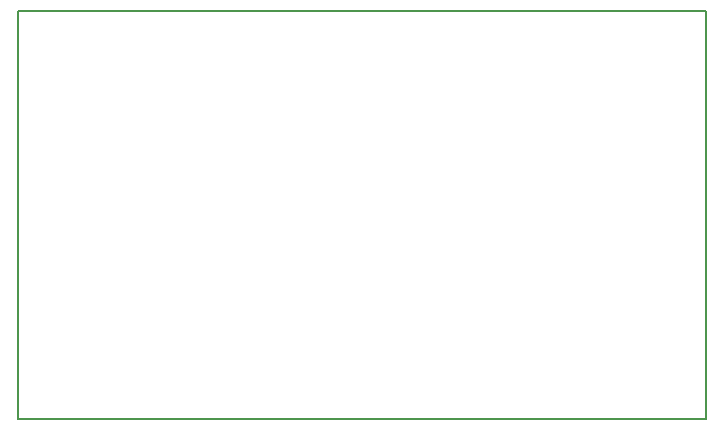
<source format=gbr>
G04 #@! TF.GenerationSoftware,KiCad,Pcbnew,(5.99.0-6506-gfdf6547f5f)*
G04 #@! TF.CreationDate,2020-10-25T23:45:09+03:00*
G04 #@! TF.ProjectId,DevBoard,44657642-6f61-4726-942e-6b696361645f,rev?*
G04 #@! TF.SameCoordinates,Original*
G04 #@! TF.FileFunction,Profile,NP*
%FSLAX46Y46*%
G04 Gerber Fmt 4.6, Leading zero omitted, Abs format (unit mm)*
G04 Created by KiCad (PCBNEW (5.99.0-6506-gfdf6547f5f)) date 2020-10-25 23:45:09*
%MOMM*%
%LPD*%
G01*
G04 APERTURE LIST*
G04 #@! TA.AperFunction,Profile*
%ADD10C,0.200000*%
G04 #@! TD*
G04 APERTURE END LIST*
D10*
X39000000Y-74250000D02*
X39000000Y-108750000D01*
X39000000Y-108750000D02*
X97250000Y-108750000D01*
X97250000Y-74250000D02*
X39000000Y-74250000D01*
X97250000Y-108750000D02*
X97250000Y-74250000D01*
M02*

</source>
